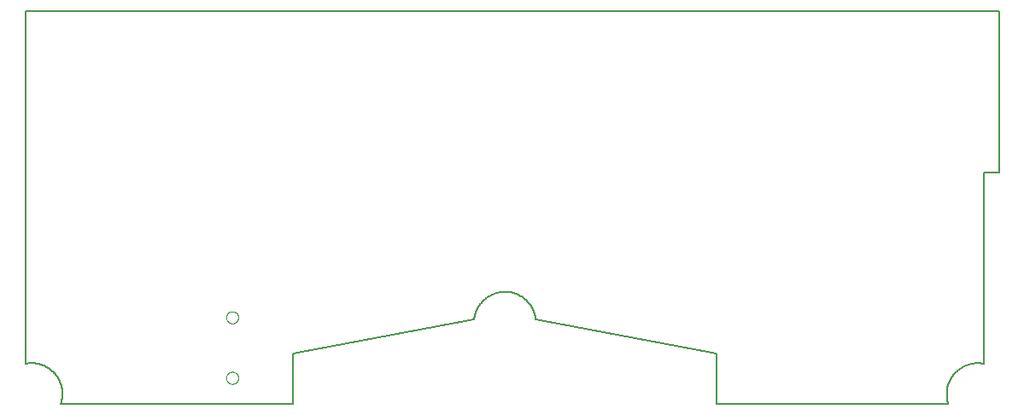
<source format=gbp>
G75*
%MOIN*%
%OFA0B0*%
%FSLAX25Y25*%
%IPPOS*%
%LPD*%
%AMOC8*
5,1,8,0,0,1.08239X$1,22.5*
%
%ADD10C,0.00800*%
%ADD11C,0.00787*%
%ADD12C,0.00000*%
D10*
X0016870Y0164242D02*
X0396791Y0164242D01*
D11*
X0030650Y0010698D02*
X0030743Y0010975D01*
X0030830Y0011254D01*
X0030910Y0011534D01*
X0030983Y0011817D01*
X0031049Y0012101D01*
X0031108Y0012387D01*
X0031161Y0012674D01*
X0031206Y0012963D01*
X0031244Y0013252D01*
X0031276Y0013542D01*
X0031300Y0013833D01*
X0031317Y0014125D01*
X0031327Y0014416D01*
X0031330Y0014708D01*
X0031326Y0015000D01*
X0031315Y0015292D01*
X0031296Y0015583D01*
X0031271Y0015874D01*
X0031238Y0016164D01*
X0031199Y0016453D01*
X0031152Y0016742D01*
X0031099Y0017029D01*
X0031039Y0017314D01*
X0030971Y0017598D01*
X0030897Y0017880D01*
X0030816Y0018161D01*
X0030728Y0018439D01*
X0030633Y0018715D01*
X0030532Y0018989D01*
X0030424Y0019260D01*
X0030310Y0019529D01*
X0030189Y0019795D01*
X0030061Y0020057D01*
X0029928Y0020317D01*
X0029788Y0020573D01*
X0029642Y0020826D01*
X0029489Y0021075D01*
X0029331Y0021320D01*
X0029167Y0021561D01*
X0028997Y0021799D01*
X0028821Y0022032D01*
X0028640Y0022261D01*
X0028453Y0022485D01*
X0028261Y0022705D01*
X0028063Y0022919D01*
X0027860Y0023130D01*
X0027653Y0023335D01*
X0027440Y0023535D01*
X0027223Y0023729D01*
X0027001Y0023919D01*
X0026774Y0024103D01*
X0026543Y0024281D01*
X0026308Y0024454D01*
X0026068Y0024621D01*
X0025825Y0024782D01*
X0025577Y0024937D01*
X0025327Y0025086D01*
X0025072Y0025229D01*
X0024814Y0025366D01*
X0024553Y0025497D01*
X0024289Y0025621D01*
X0024021Y0025738D01*
X0023752Y0025849D01*
X0023479Y0025954D01*
X0023204Y0026052D01*
X0022927Y0026143D01*
X0022647Y0026227D01*
X0022366Y0026304D01*
X0022082Y0026375D01*
X0021798Y0026439D01*
X0021511Y0026496D01*
X0021224Y0026546D01*
X0020935Y0026588D01*
X0020645Y0026624D01*
X0020355Y0026653D01*
X0020064Y0026675D01*
X0019772Y0026689D01*
X0019480Y0026697D01*
X0019188Y0026697D01*
X0018896Y0026691D01*
X0018605Y0026677D01*
X0018314Y0026656D01*
X0018023Y0026628D01*
X0017733Y0026593D01*
X0017444Y0026551D01*
X0017157Y0026502D01*
X0016870Y0026446D01*
X0016870Y0026447D02*
X0016870Y0164242D01*
X0121201Y0030384D02*
X0192028Y0043825D01*
X0192064Y0044119D01*
X0192108Y0044412D01*
X0192158Y0044704D01*
X0192216Y0044995D01*
X0192281Y0045284D01*
X0192353Y0045571D01*
X0192432Y0045857D01*
X0192518Y0046140D01*
X0192611Y0046421D01*
X0192711Y0046700D01*
X0192818Y0046977D01*
X0192931Y0047251D01*
X0193051Y0047521D01*
X0193178Y0047789D01*
X0193311Y0048054D01*
X0193451Y0048315D01*
X0193597Y0048573D01*
X0193750Y0048827D01*
X0193908Y0049077D01*
X0194073Y0049324D01*
X0194243Y0049566D01*
X0194420Y0049804D01*
X0194602Y0050038D01*
X0194790Y0050267D01*
X0194984Y0050491D01*
X0195183Y0050710D01*
X0195387Y0050925D01*
X0195597Y0051135D01*
X0195811Y0051339D01*
X0196031Y0051538D01*
X0196255Y0051731D01*
X0196484Y0051919D01*
X0196718Y0052102D01*
X0196956Y0052278D01*
X0197198Y0052449D01*
X0197444Y0052613D01*
X0197695Y0052772D01*
X0197949Y0052924D01*
X0198207Y0053070D01*
X0198468Y0053210D01*
X0198733Y0053343D01*
X0199001Y0053470D01*
X0199271Y0053590D01*
X0199545Y0053703D01*
X0199822Y0053810D01*
X0200101Y0053909D01*
X0200382Y0054002D01*
X0200666Y0054088D01*
X0200951Y0054167D01*
X0201239Y0054239D01*
X0201528Y0054304D01*
X0201818Y0054362D01*
X0202110Y0054413D01*
X0202403Y0054456D01*
X0202697Y0054492D01*
X0202992Y0054521D01*
X0203288Y0054543D01*
X0203584Y0054558D01*
X0203880Y0054565D01*
X0204176Y0054565D01*
X0204472Y0054558D01*
X0204768Y0054543D01*
X0205064Y0054521D01*
X0205359Y0054492D01*
X0205653Y0054456D01*
X0205946Y0054413D01*
X0206238Y0054362D01*
X0206528Y0054304D01*
X0206817Y0054239D01*
X0207105Y0054167D01*
X0207390Y0054088D01*
X0207674Y0054002D01*
X0207955Y0053909D01*
X0208234Y0053810D01*
X0208511Y0053703D01*
X0208785Y0053590D01*
X0209055Y0053470D01*
X0209323Y0053343D01*
X0209588Y0053210D01*
X0209849Y0053070D01*
X0210107Y0052924D01*
X0210361Y0052772D01*
X0210612Y0052613D01*
X0210858Y0052449D01*
X0211100Y0052278D01*
X0211338Y0052102D01*
X0211572Y0051919D01*
X0211801Y0051731D01*
X0212025Y0051538D01*
X0212245Y0051339D01*
X0212459Y0051135D01*
X0212669Y0050925D01*
X0212873Y0050710D01*
X0213072Y0050491D01*
X0213266Y0050267D01*
X0213454Y0050038D01*
X0213636Y0049804D01*
X0213813Y0049566D01*
X0213983Y0049324D01*
X0214148Y0049077D01*
X0214306Y0048827D01*
X0214459Y0048573D01*
X0214605Y0048315D01*
X0214745Y0048054D01*
X0214878Y0047789D01*
X0215005Y0047521D01*
X0215125Y0047251D01*
X0215238Y0046977D01*
X0215345Y0046700D01*
X0215445Y0046421D01*
X0215538Y0046140D01*
X0215624Y0045857D01*
X0215703Y0045571D01*
X0215775Y0045284D01*
X0215840Y0044995D01*
X0215898Y0044704D01*
X0215948Y0044412D01*
X0215992Y0044119D01*
X0216028Y0043825D01*
X0286555Y0030384D01*
X0286555Y0010699D01*
X0377106Y0010699D01*
X0377015Y0010978D01*
X0376930Y0011260D01*
X0376851Y0011544D01*
X0376780Y0011830D01*
X0376716Y0012117D01*
X0376659Y0012406D01*
X0376609Y0012696D01*
X0376566Y0012987D01*
X0376530Y0013279D01*
X0376501Y0013572D01*
X0376480Y0013865D01*
X0376465Y0014159D01*
X0376458Y0014454D01*
X0376458Y0014748D01*
X0376465Y0015042D01*
X0376479Y0015336D01*
X0376501Y0015630D01*
X0376529Y0015923D01*
X0376565Y0016215D01*
X0376608Y0016506D01*
X0376658Y0016796D01*
X0376714Y0017085D01*
X0376778Y0017372D01*
X0376849Y0017658D01*
X0376927Y0017942D01*
X0377012Y0018224D01*
X0377104Y0018503D01*
X0377202Y0018781D01*
X0377307Y0019056D01*
X0377419Y0019328D01*
X0377538Y0019597D01*
X0377662Y0019864D01*
X0377794Y0020127D01*
X0377932Y0020387D01*
X0378076Y0020644D01*
X0378226Y0020897D01*
X0378383Y0021146D01*
X0378545Y0021392D01*
X0378713Y0021633D01*
X0378888Y0021871D01*
X0379068Y0022103D01*
X0379253Y0022332D01*
X0379444Y0022556D01*
X0379641Y0022775D01*
X0379843Y0022989D01*
X0380050Y0023198D01*
X0380262Y0023403D01*
X0380479Y0023602D01*
X0380700Y0023795D01*
X0380927Y0023983D01*
X0381157Y0024166D01*
X0381393Y0024343D01*
X0381632Y0024514D01*
X0381876Y0024679D01*
X0382123Y0024838D01*
X0382375Y0024992D01*
X0382630Y0025139D01*
X0382888Y0025279D01*
X0383150Y0025414D01*
X0383415Y0025542D01*
X0383683Y0025663D01*
X0383954Y0025778D01*
X0384228Y0025886D01*
X0384504Y0025988D01*
X0384783Y0026083D01*
X0385064Y0026170D01*
X0385347Y0026252D01*
X0385632Y0026326D01*
X0385918Y0026393D01*
X0386206Y0026453D01*
X0386496Y0026506D01*
X0386787Y0026552D01*
X0387078Y0026591D01*
X0387371Y0026623D01*
X0387664Y0026648D01*
X0387958Y0026665D01*
X0388252Y0026676D01*
X0388547Y0026679D01*
X0388841Y0026675D01*
X0389135Y0026664D01*
X0389429Y0026646D01*
X0389722Y0026620D01*
X0390015Y0026588D01*
X0390306Y0026548D01*
X0390597Y0026501D01*
X0390886Y0026447D01*
X0390886Y0101250D01*
X0396791Y0101250D01*
X0396791Y0164242D01*
X0121201Y0030384D02*
X0121201Y0010699D01*
X0030650Y0010699D01*
D12*
X0095217Y0020935D02*
X0095219Y0021032D01*
X0095225Y0021129D01*
X0095235Y0021225D01*
X0095249Y0021321D01*
X0095267Y0021417D01*
X0095288Y0021511D01*
X0095314Y0021605D01*
X0095343Y0021697D01*
X0095377Y0021788D01*
X0095413Y0021878D01*
X0095454Y0021966D01*
X0095498Y0022052D01*
X0095546Y0022137D01*
X0095597Y0022219D01*
X0095651Y0022300D01*
X0095709Y0022378D01*
X0095770Y0022453D01*
X0095833Y0022526D01*
X0095900Y0022597D01*
X0095970Y0022664D01*
X0096042Y0022729D01*
X0096117Y0022790D01*
X0096195Y0022849D01*
X0096274Y0022904D01*
X0096356Y0022956D01*
X0096440Y0023004D01*
X0096526Y0023049D01*
X0096614Y0023091D01*
X0096703Y0023129D01*
X0096794Y0023163D01*
X0096886Y0023193D01*
X0096979Y0023220D01*
X0097074Y0023242D01*
X0097169Y0023261D01*
X0097265Y0023276D01*
X0097361Y0023287D01*
X0097458Y0023294D01*
X0097555Y0023297D01*
X0097652Y0023296D01*
X0097749Y0023291D01*
X0097845Y0023282D01*
X0097941Y0023269D01*
X0098037Y0023252D01*
X0098132Y0023231D01*
X0098225Y0023207D01*
X0098318Y0023178D01*
X0098410Y0023146D01*
X0098500Y0023110D01*
X0098588Y0023071D01*
X0098675Y0023027D01*
X0098760Y0022981D01*
X0098843Y0022930D01*
X0098924Y0022877D01*
X0099002Y0022820D01*
X0099079Y0022760D01*
X0099152Y0022697D01*
X0099223Y0022631D01*
X0099291Y0022562D01*
X0099357Y0022490D01*
X0099419Y0022416D01*
X0099478Y0022339D01*
X0099534Y0022260D01*
X0099587Y0022178D01*
X0099637Y0022095D01*
X0099682Y0022009D01*
X0099725Y0021922D01*
X0099764Y0021833D01*
X0099799Y0021743D01*
X0099830Y0021651D01*
X0099857Y0021558D01*
X0099881Y0021464D01*
X0099901Y0021369D01*
X0099917Y0021273D01*
X0099929Y0021177D01*
X0099937Y0021080D01*
X0099941Y0020983D01*
X0099941Y0020887D01*
X0099937Y0020790D01*
X0099929Y0020693D01*
X0099917Y0020597D01*
X0099901Y0020501D01*
X0099881Y0020406D01*
X0099857Y0020312D01*
X0099830Y0020219D01*
X0099799Y0020127D01*
X0099764Y0020037D01*
X0099725Y0019948D01*
X0099682Y0019861D01*
X0099637Y0019775D01*
X0099587Y0019692D01*
X0099534Y0019610D01*
X0099478Y0019531D01*
X0099419Y0019454D01*
X0099357Y0019380D01*
X0099291Y0019308D01*
X0099223Y0019239D01*
X0099152Y0019173D01*
X0099079Y0019110D01*
X0099002Y0019050D01*
X0098924Y0018993D01*
X0098843Y0018940D01*
X0098760Y0018889D01*
X0098675Y0018843D01*
X0098588Y0018799D01*
X0098500Y0018760D01*
X0098410Y0018724D01*
X0098318Y0018692D01*
X0098225Y0018663D01*
X0098132Y0018639D01*
X0098037Y0018618D01*
X0097941Y0018601D01*
X0097845Y0018588D01*
X0097749Y0018579D01*
X0097652Y0018574D01*
X0097555Y0018573D01*
X0097458Y0018576D01*
X0097361Y0018583D01*
X0097265Y0018594D01*
X0097169Y0018609D01*
X0097074Y0018628D01*
X0096979Y0018650D01*
X0096886Y0018677D01*
X0096794Y0018707D01*
X0096703Y0018741D01*
X0096614Y0018779D01*
X0096526Y0018821D01*
X0096440Y0018866D01*
X0096356Y0018914D01*
X0096274Y0018966D01*
X0096195Y0019021D01*
X0096117Y0019080D01*
X0096042Y0019141D01*
X0095970Y0019206D01*
X0095900Y0019273D01*
X0095833Y0019344D01*
X0095770Y0019417D01*
X0095709Y0019492D01*
X0095651Y0019570D01*
X0095597Y0019651D01*
X0095546Y0019733D01*
X0095498Y0019818D01*
X0095454Y0019904D01*
X0095413Y0019992D01*
X0095377Y0020082D01*
X0095343Y0020173D01*
X0095314Y0020265D01*
X0095288Y0020359D01*
X0095267Y0020453D01*
X0095249Y0020549D01*
X0095235Y0020645D01*
X0095225Y0020741D01*
X0095219Y0020838D01*
X0095217Y0020935D01*
X0095217Y0044557D02*
X0095219Y0044654D01*
X0095225Y0044751D01*
X0095235Y0044847D01*
X0095249Y0044943D01*
X0095267Y0045039D01*
X0095288Y0045133D01*
X0095314Y0045227D01*
X0095343Y0045319D01*
X0095377Y0045410D01*
X0095413Y0045500D01*
X0095454Y0045588D01*
X0095498Y0045674D01*
X0095546Y0045759D01*
X0095597Y0045841D01*
X0095651Y0045922D01*
X0095709Y0046000D01*
X0095770Y0046075D01*
X0095833Y0046148D01*
X0095900Y0046219D01*
X0095970Y0046286D01*
X0096042Y0046351D01*
X0096117Y0046412D01*
X0096195Y0046471D01*
X0096274Y0046526D01*
X0096356Y0046578D01*
X0096440Y0046626D01*
X0096526Y0046671D01*
X0096614Y0046713D01*
X0096703Y0046751D01*
X0096794Y0046785D01*
X0096886Y0046815D01*
X0096979Y0046842D01*
X0097074Y0046864D01*
X0097169Y0046883D01*
X0097265Y0046898D01*
X0097361Y0046909D01*
X0097458Y0046916D01*
X0097555Y0046919D01*
X0097652Y0046918D01*
X0097749Y0046913D01*
X0097845Y0046904D01*
X0097941Y0046891D01*
X0098037Y0046874D01*
X0098132Y0046853D01*
X0098225Y0046829D01*
X0098318Y0046800D01*
X0098410Y0046768D01*
X0098500Y0046732D01*
X0098588Y0046693D01*
X0098675Y0046649D01*
X0098760Y0046603D01*
X0098843Y0046552D01*
X0098924Y0046499D01*
X0099002Y0046442D01*
X0099079Y0046382D01*
X0099152Y0046319D01*
X0099223Y0046253D01*
X0099291Y0046184D01*
X0099357Y0046112D01*
X0099419Y0046038D01*
X0099478Y0045961D01*
X0099534Y0045882D01*
X0099587Y0045800D01*
X0099637Y0045717D01*
X0099682Y0045631D01*
X0099725Y0045544D01*
X0099764Y0045455D01*
X0099799Y0045365D01*
X0099830Y0045273D01*
X0099857Y0045180D01*
X0099881Y0045086D01*
X0099901Y0044991D01*
X0099917Y0044895D01*
X0099929Y0044799D01*
X0099937Y0044702D01*
X0099941Y0044605D01*
X0099941Y0044509D01*
X0099937Y0044412D01*
X0099929Y0044315D01*
X0099917Y0044219D01*
X0099901Y0044123D01*
X0099881Y0044028D01*
X0099857Y0043934D01*
X0099830Y0043841D01*
X0099799Y0043749D01*
X0099764Y0043659D01*
X0099725Y0043570D01*
X0099682Y0043483D01*
X0099637Y0043397D01*
X0099587Y0043314D01*
X0099534Y0043232D01*
X0099478Y0043153D01*
X0099419Y0043076D01*
X0099357Y0043002D01*
X0099291Y0042930D01*
X0099223Y0042861D01*
X0099152Y0042795D01*
X0099079Y0042732D01*
X0099002Y0042672D01*
X0098924Y0042615D01*
X0098843Y0042562D01*
X0098760Y0042511D01*
X0098675Y0042465D01*
X0098588Y0042421D01*
X0098500Y0042382D01*
X0098410Y0042346D01*
X0098318Y0042314D01*
X0098225Y0042285D01*
X0098132Y0042261D01*
X0098037Y0042240D01*
X0097941Y0042223D01*
X0097845Y0042210D01*
X0097749Y0042201D01*
X0097652Y0042196D01*
X0097555Y0042195D01*
X0097458Y0042198D01*
X0097361Y0042205D01*
X0097265Y0042216D01*
X0097169Y0042231D01*
X0097074Y0042250D01*
X0096979Y0042272D01*
X0096886Y0042299D01*
X0096794Y0042329D01*
X0096703Y0042363D01*
X0096614Y0042401D01*
X0096526Y0042443D01*
X0096440Y0042488D01*
X0096356Y0042536D01*
X0096274Y0042588D01*
X0096195Y0042643D01*
X0096117Y0042702D01*
X0096042Y0042763D01*
X0095970Y0042828D01*
X0095900Y0042895D01*
X0095833Y0042966D01*
X0095770Y0043039D01*
X0095709Y0043114D01*
X0095651Y0043192D01*
X0095597Y0043273D01*
X0095546Y0043355D01*
X0095498Y0043440D01*
X0095454Y0043526D01*
X0095413Y0043614D01*
X0095377Y0043704D01*
X0095343Y0043795D01*
X0095314Y0043887D01*
X0095288Y0043981D01*
X0095267Y0044075D01*
X0095249Y0044171D01*
X0095235Y0044267D01*
X0095225Y0044363D01*
X0095219Y0044460D01*
X0095217Y0044557D01*
M02*

</source>
